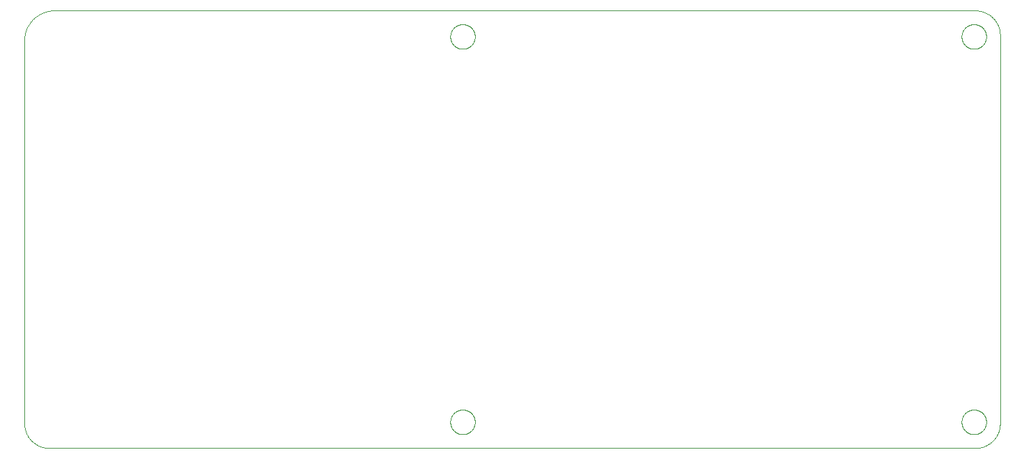
<source format=gbp>
G75*
%MOIN*%
%OFA0B0*%
%FSLAX25Y25*%
%IPPOS*%
%LPD*%
%AMOC8*
5,1,8,0,0,1.08239X$1,22.5*
%
%ADD10C,0.00000*%
D10*
X0063780Y0019811D02*
X0063780Y0204189D01*
X0063796Y0204540D01*
X0063822Y0204891D01*
X0063855Y0205240D01*
X0063898Y0205589D01*
X0063949Y0205937D01*
X0064008Y0206283D01*
X0064076Y0206628D01*
X0064152Y0206971D01*
X0064237Y0207312D01*
X0064330Y0207651D01*
X0064432Y0207988D01*
X0064541Y0208322D01*
X0064659Y0208653D01*
X0064785Y0208981D01*
X0064919Y0209306D01*
X0065060Y0209628D01*
X0065210Y0209946D01*
X0065368Y0210260D01*
X0065533Y0210570D01*
X0065705Y0210876D01*
X0065885Y0211178D01*
X0066073Y0211475D01*
X0066268Y0211768D01*
X0066469Y0212056D01*
X0066678Y0212338D01*
X0066894Y0212616D01*
X0067116Y0212888D01*
X0067345Y0213154D01*
X0067581Y0213415D01*
X0067823Y0213670D01*
X0068071Y0213919D01*
X0068325Y0214162D01*
X0068585Y0214399D01*
X0068851Y0214629D01*
X0069122Y0214852D01*
X0069399Y0215069D01*
X0069680Y0215279D01*
X0069967Y0215482D01*
X0070259Y0215678D01*
X0070556Y0215866D01*
X0070857Y0216047D01*
X0071162Y0216221D01*
X0071472Y0216388D01*
X0071786Y0216546D01*
X0072103Y0216697D01*
X0072424Y0216840D01*
X0072749Y0216975D01*
X0073076Y0217102D01*
X0073407Y0217221D01*
X0073740Y0217332D01*
X0074077Y0217435D01*
X0074415Y0217529D01*
X0074756Y0217615D01*
X0075099Y0217693D01*
X0075443Y0217762D01*
X0075789Y0217823D01*
X0076137Y0217875D01*
X0076486Y0217919D01*
X0076835Y0217954D01*
X0077186Y0217980D01*
X0077537Y0217998D01*
X0077888Y0218008D01*
X0078240Y0218008D01*
X0078591Y0218000D01*
X0519409Y0218000D01*
X0531280Y0206189D02*
X0531280Y0019811D01*
X0531279Y0019811D02*
X0531275Y0019525D01*
X0531264Y0019239D01*
X0531246Y0018953D01*
X0531221Y0018668D01*
X0531189Y0018384D01*
X0531151Y0018100D01*
X0531105Y0017818D01*
X0531053Y0017537D01*
X0530994Y0017257D01*
X0530928Y0016978D01*
X0530855Y0016701D01*
X0530776Y0016426D01*
X0530690Y0016153D01*
X0530598Y0015883D01*
X0530499Y0015614D01*
X0530394Y0015348D01*
X0530282Y0015085D01*
X0530164Y0014824D01*
X0530040Y0014566D01*
X0529909Y0014312D01*
X0529772Y0014060D01*
X0529630Y0013812D01*
X0529481Y0013568D01*
X0529327Y0013327D01*
X0529166Y0013090D01*
X0529000Y0012857D01*
X0528829Y0012628D01*
X0528652Y0012403D01*
X0528469Y0012183D01*
X0528282Y0011967D01*
X0528089Y0011755D01*
X0527891Y0011549D01*
X0527688Y0011347D01*
X0527481Y0011150D01*
X0527268Y0010958D01*
X0527051Y0010771D01*
X0526830Y0010590D01*
X0526604Y0010414D01*
X0526374Y0010244D01*
X0526140Y0010079D01*
X0525903Y0009920D01*
X0525661Y0009767D01*
X0525416Y0009619D01*
X0525167Y0009478D01*
X0524915Y0009342D01*
X0524660Y0009213D01*
X0524401Y0009090D01*
X0524140Y0008973D01*
X0523876Y0008863D01*
X0523610Y0008759D01*
X0523341Y0008661D01*
X0523069Y0008570D01*
X0522796Y0008486D01*
X0522521Y0008408D01*
X0522244Y0008337D01*
X0521965Y0008273D01*
X0521685Y0008215D01*
X0521403Y0008164D01*
X0521120Y0008120D01*
X0520837Y0008083D01*
X0520552Y0008052D01*
X0520267Y0008029D01*
X0519981Y0008012D01*
X0519695Y0008003D01*
X0519409Y0008000D01*
X0075591Y0008000D01*
X0075306Y0008003D01*
X0075020Y0008014D01*
X0074735Y0008031D01*
X0074451Y0008055D01*
X0074167Y0008086D01*
X0073884Y0008124D01*
X0073603Y0008169D01*
X0073322Y0008220D01*
X0073042Y0008278D01*
X0072764Y0008343D01*
X0072488Y0008415D01*
X0072214Y0008493D01*
X0071941Y0008578D01*
X0071671Y0008670D01*
X0071403Y0008768D01*
X0071137Y0008872D01*
X0070874Y0008983D01*
X0070614Y0009100D01*
X0070356Y0009223D01*
X0070102Y0009353D01*
X0069851Y0009489D01*
X0069603Y0009630D01*
X0069359Y0009778D01*
X0069118Y0009931D01*
X0068882Y0010091D01*
X0068649Y0010256D01*
X0068420Y0010426D01*
X0068195Y0010602D01*
X0067975Y0010784D01*
X0067759Y0010970D01*
X0067548Y0011162D01*
X0067341Y0011359D01*
X0067139Y0011561D01*
X0066942Y0011768D01*
X0066750Y0011979D01*
X0066564Y0012195D01*
X0066382Y0012415D01*
X0066206Y0012640D01*
X0066036Y0012869D01*
X0065871Y0013102D01*
X0065711Y0013338D01*
X0065558Y0013579D01*
X0065410Y0013823D01*
X0065269Y0014071D01*
X0065133Y0014322D01*
X0065003Y0014576D01*
X0064880Y0014834D01*
X0064763Y0015094D01*
X0064652Y0015357D01*
X0064548Y0015623D01*
X0064450Y0015891D01*
X0064358Y0016161D01*
X0064273Y0016434D01*
X0064195Y0016708D01*
X0064123Y0016984D01*
X0064058Y0017262D01*
X0064000Y0017542D01*
X0063949Y0017823D01*
X0063904Y0018104D01*
X0063866Y0018387D01*
X0063835Y0018671D01*
X0063811Y0018955D01*
X0063794Y0019240D01*
X0063783Y0019526D01*
X0063780Y0019811D01*
X0267874Y0020500D02*
X0267876Y0020653D01*
X0267882Y0020807D01*
X0267892Y0020960D01*
X0267906Y0021112D01*
X0267924Y0021265D01*
X0267946Y0021416D01*
X0267971Y0021567D01*
X0268001Y0021718D01*
X0268035Y0021868D01*
X0268072Y0022016D01*
X0268113Y0022164D01*
X0268158Y0022310D01*
X0268207Y0022456D01*
X0268260Y0022600D01*
X0268316Y0022742D01*
X0268376Y0022883D01*
X0268440Y0023023D01*
X0268507Y0023161D01*
X0268578Y0023297D01*
X0268653Y0023431D01*
X0268730Y0023563D01*
X0268812Y0023693D01*
X0268896Y0023821D01*
X0268984Y0023947D01*
X0269075Y0024070D01*
X0269169Y0024191D01*
X0269267Y0024309D01*
X0269367Y0024425D01*
X0269471Y0024538D01*
X0269577Y0024649D01*
X0269686Y0024757D01*
X0269798Y0024862D01*
X0269912Y0024963D01*
X0270030Y0025062D01*
X0270149Y0025158D01*
X0270271Y0025251D01*
X0270396Y0025340D01*
X0270523Y0025427D01*
X0270652Y0025509D01*
X0270783Y0025589D01*
X0270916Y0025665D01*
X0271051Y0025738D01*
X0271188Y0025807D01*
X0271327Y0025872D01*
X0271467Y0025934D01*
X0271609Y0025992D01*
X0271752Y0026047D01*
X0271897Y0026098D01*
X0272043Y0026145D01*
X0272190Y0026188D01*
X0272338Y0026227D01*
X0272487Y0026263D01*
X0272637Y0026294D01*
X0272788Y0026322D01*
X0272939Y0026346D01*
X0273092Y0026366D01*
X0273244Y0026382D01*
X0273397Y0026394D01*
X0273550Y0026402D01*
X0273703Y0026406D01*
X0273857Y0026406D01*
X0274010Y0026402D01*
X0274163Y0026394D01*
X0274316Y0026382D01*
X0274468Y0026366D01*
X0274621Y0026346D01*
X0274772Y0026322D01*
X0274923Y0026294D01*
X0275073Y0026263D01*
X0275222Y0026227D01*
X0275370Y0026188D01*
X0275517Y0026145D01*
X0275663Y0026098D01*
X0275808Y0026047D01*
X0275951Y0025992D01*
X0276093Y0025934D01*
X0276233Y0025872D01*
X0276372Y0025807D01*
X0276509Y0025738D01*
X0276644Y0025665D01*
X0276777Y0025589D01*
X0276908Y0025509D01*
X0277037Y0025427D01*
X0277164Y0025340D01*
X0277289Y0025251D01*
X0277411Y0025158D01*
X0277530Y0025062D01*
X0277648Y0024963D01*
X0277762Y0024862D01*
X0277874Y0024757D01*
X0277983Y0024649D01*
X0278089Y0024538D01*
X0278193Y0024425D01*
X0278293Y0024309D01*
X0278391Y0024191D01*
X0278485Y0024070D01*
X0278576Y0023947D01*
X0278664Y0023821D01*
X0278748Y0023693D01*
X0278830Y0023563D01*
X0278907Y0023431D01*
X0278982Y0023297D01*
X0279053Y0023161D01*
X0279120Y0023023D01*
X0279184Y0022883D01*
X0279244Y0022742D01*
X0279300Y0022600D01*
X0279353Y0022456D01*
X0279402Y0022310D01*
X0279447Y0022164D01*
X0279488Y0022016D01*
X0279525Y0021868D01*
X0279559Y0021718D01*
X0279589Y0021567D01*
X0279614Y0021416D01*
X0279636Y0021265D01*
X0279654Y0021112D01*
X0279668Y0020960D01*
X0279678Y0020807D01*
X0279684Y0020653D01*
X0279686Y0020500D01*
X0279684Y0020347D01*
X0279678Y0020193D01*
X0279668Y0020040D01*
X0279654Y0019888D01*
X0279636Y0019735D01*
X0279614Y0019584D01*
X0279589Y0019433D01*
X0279559Y0019282D01*
X0279525Y0019132D01*
X0279488Y0018984D01*
X0279447Y0018836D01*
X0279402Y0018690D01*
X0279353Y0018544D01*
X0279300Y0018400D01*
X0279244Y0018258D01*
X0279184Y0018117D01*
X0279120Y0017977D01*
X0279053Y0017839D01*
X0278982Y0017703D01*
X0278907Y0017569D01*
X0278830Y0017437D01*
X0278748Y0017307D01*
X0278664Y0017179D01*
X0278576Y0017053D01*
X0278485Y0016930D01*
X0278391Y0016809D01*
X0278293Y0016691D01*
X0278193Y0016575D01*
X0278089Y0016462D01*
X0277983Y0016351D01*
X0277874Y0016243D01*
X0277762Y0016138D01*
X0277648Y0016037D01*
X0277530Y0015938D01*
X0277411Y0015842D01*
X0277289Y0015749D01*
X0277164Y0015660D01*
X0277037Y0015573D01*
X0276908Y0015491D01*
X0276777Y0015411D01*
X0276644Y0015335D01*
X0276509Y0015262D01*
X0276372Y0015193D01*
X0276233Y0015128D01*
X0276093Y0015066D01*
X0275951Y0015008D01*
X0275808Y0014953D01*
X0275663Y0014902D01*
X0275517Y0014855D01*
X0275370Y0014812D01*
X0275222Y0014773D01*
X0275073Y0014737D01*
X0274923Y0014706D01*
X0274772Y0014678D01*
X0274621Y0014654D01*
X0274468Y0014634D01*
X0274316Y0014618D01*
X0274163Y0014606D01*
X0274010Y0014598D01*
X0273857Y0014594D01*
X0273703Y0014594D01*
X0273550Y0014598D01*
X0273397Y0014606D01*
X0273244Y0014618D01*
X0273092Y0014634D01*
X0272939Y0014654D01*
X0272788Y0014678D01*
X0272637Y0014706D01*
X0272487Y0014737D01*
X0272338Y0014773D01*
X0272190Y0014812D01*
X0272043Y0014855D01*
X0271897Y0014902D01*
X0271752Y0014953D01*
X0271609Y0015008D01*
X0271467Y0015066D01*
X0271327Y0015128D01*
X0271188Y0015193D01*
X0271051Y0015262D01*
X0270916Y0015335D01*
X0270783Y0015411D01*
X0270652Y0015491D01*
X0270523Y0015573D01*
X0270396Y0015660D01*
X0270271Y0015749D01*
X0270149Y0015842D01*
X0270030Y0015938D01*
X0269912Y0016037D01*
X0269798Y0016138D01*
X0269686Y0016243D01*
X0269577Y0016351D01*
X0269471Y0016462D01*
X0269367Y0016575D01*
X0269267Y0016691D01*
X0269169Y0016809D01*
X0269075Y0016930D01*
X0268984Y0017053D01*
X0268896Y0017179D01*
X0268812Y0017307D01*
X0268730Y0017437D01*
X0268653Y0017569D01*
X0268578Y0017703D01*
X0268507Y0017839D01*
X0268440Y0017977D01*
X0268376Y0018117D01*
X0268316Y0018258D01*
X0268260Y0018400D01*
X0268207Y0018544D01*
X0268158Y0018690D01*
X0268113Y0018836D01*
X0268072Y0018984D01*
X0268035Y0019132D01*
X0268001Y0019282D01*
X0267971Y0019433D01*
X0267946Y0019584D01*
X0267924Y0019735D01*
X0267906Y0019888D01*
X0267892Y0020040D01*
X0267882Y0020193D01*
X0267876Y0020347D01*
X0267874Y0020500D01*
X0512874Y0020500D02*
X0512876Y0020653D01*
X0512882Y0020807D01*
X0512892Y0020960D01*
X0512906Y0021112D01*
X0512924Y0021265D01*
X0512946Y0021416D01*
X0512971Y0021567D01*
X0513001Y0021718D01*
X0513035Y0021868D01*
X0513072Y0022016D01*
X0513113Y0022164D01*
X0513158Y0022310D01*
X0513207Y0022456D01*
X0513260Y0022600D01*
X0513316Y0022742D01*
X0513376Y0022883D01*
X0513440Y0023023D01*
X0513507Y0023161D01*
X0513578Y0023297D01*
X0513653Y0023431D01*
X0513730Y0023563D01*
X0513812Y0023693D01*
X0513896Y0023821D01*
X0513984Y0023947D01*
X0514075Y0024070D01*
X0514169Y0024191D01*
X0514267Y0024309D01*
X0514367Y0024425D01*
X0514471Y0024538D01*
X0514577Y0024649D01*
X0514686Y0024757D01*
X0514798Y0024862D01*
X0514912Y0024963D01*
X0515030Y0025062D01*
X0515149Y0025158D01*
X0515271Y0025251D01*
X0515396Y0025340D01*
X0515523Y0025427D01*
X0515652Y0025509D01*
X0515783Y0025589D01*
X0515916Y0025665D01*
X0516051Y0025738D01*
X0516188Y0025807D01*
X0516327Y0025872D01*
X0516467Y0025934D01*
X0516609Y0025992D01*
X0516752Y0026047D01*
X0516897Y0026098D01*
X0517043Y0026145D01*
X0517190Y0026188D01*
X0517338Y0026227D01*
X0517487Y0026263D01*
X0517637Y0026294D01*
X0517788Y0026322D01*
X0517939Y0026346D01*
X0518092Y0026366D01*
X0518244Y0026382D01*
X0518397Y0026394D01*
X0518550Y0026402D01*
X0518703Y0026406D01*
X0518857Y0026406D01*
X0519010Y0026402D01*
X0519163Y0026394D01*
X0519316Y0026382D01*
X0519468Y0026366D01*
X0519621Y0026346D01*
X0519772Y0026322D01*
X0519923Y0026294D01*
X0520073Y0026263D01*
X0520222Y0026227D01*
X0520370Y0026188D01*
X0520517Y0026145D01*
X0520663Y0026098D01*
X0520808Y0026047D01*
X0520951Y0025992D01*
X0521093Y0025934D01*
X0521233Y0025872D01*
X0521372Y0025807D01*
X0521509Y0025738D01*
X0521644Y0025665D01*
X0521777Y0025589D01*
X0521908Y0025509D01*
X0522037Y0025427D01*
X0522164Y0025340D01*
X0522289Y0025251D01*
X0522411Y0025158D01*
X0522530Y0025062D01*
X0522648Y0024963D01*
X0522762Y0024862D01*
X0522874Y0024757D01*
X0522983Y0024649D01*
X0523089Y0024538D01*
X0523193Y0024425D01*
X0523293Y0024309D01*
X0523391Y0024191D01*
X0523485Y0024070D01*
X0523576Y0023947D01*
X0523664Y0023821D01*
X0523748Y0023693D01*
X0523830Y0023563D01*
X0523907Y0023431D01*
X0523982Y0023297D01*
X0524053Y0023161D01*
X0524120Y0023023D01*
X0524184Y0022883D01*
X0524244Y0022742D01*
X0524300Y0022600D01*
X0524353Y0022456D01*
X0524402Y0022310D01*
X0524447Y0022164D01*
X0524488Y0022016D01*
X0524525Y0021868D01*
X0524559Y0021718D01*
X0524589Y0021567D01*
X0524614Y0021416D01*
X0524636Y0021265D01*
X0524654Y0021112D01*
X0524668Y0020960D01*
X0524678Y0020807D01*
X0524684Y0020653D01*
X0524686Y0020500D01*
X0524684Y0020347D01*
X0524678Y0020193D01*
X0524668Y0020040D01*
X0524654Y0019888D01*
X0524636Y0019735D01*
X0524614Y0019584D01*
X0524589Y0019433D01*
X0524559Y0019282D01*
X0524525Y0019132D01*
X0524488Y0018984D01*
X0524447Y0018836D01*
X0524402Y0018690D01*
X0524353Y0018544D01*
X0524300Y0018400D01*
X0524244Y0018258D01*
X0524184Y0018117D01*
X0524120Y0017977D01*
X0524053Y0017839D01*
X0523982Y0017703D01*
X0523907Y0017569D01*
X0523830Y0017437D01*
X0523748Y0017307D01*
X0523664Y0017179D01*
X0523576Y0017053D01*
X0523485Y0016930D01*
X0523391Y0016809D01*
X0523293Y0016691D01*
X0523193Y0016575D01*
X0523089Y0016462D01*
X0522983Y0016351D01*
X0522874Y0016243D01*
X0522762Y0016138D01*
X0522648Y0016037D01*
X0522530Y0015938D01*
X0522411Y0015842D01*
X0522289Y0015749D01*
X0522164Y0015660D01*
X0522037Y0015573D01*
X0521908Y0015491D01*
X0521777Y0015411D01*
X0521644Y0015335D01*
X0521509Y0015262D01*
X0521372Y0015193D01*
X0521233Y0015128D01*
X0521093Y0015066D01*
X0520951Y0015008D01*
X0520808Y0014953D01*
X0520663Y0014902D01*
X0520517Y0014855D01*
X0520370Y0014812D01*
X0520222Y0014773D01*
X0520073Y0014737D01*
X0519923Y0014706D01*
X0519772Y0014678D01*
X0519621Y0014654D01*
X0519468Y0014634D01*
X0519316Y0014618D01*
X0519163Y0014606D01*
X0519010Y0014598D01*
X0518857Y0014594D01*
X0518703Y0014594D01*
X0518550Y0014598D01*
X0518397Y0014606D01*
X0518244Y0014618D01*
X0518092Y0014634D01*
X0517939Y0014654D01*
X0517788Y0014678D01*
X0517637Y0014706D01*
X0517487Y0014737D01*
X0517338Y0014773D01*
X0517190Y0014812D01*
X0517043Y0014855D01*
X0516897Y0014902D01*
X0516752Y0014953D01*
X0516609Y0015008D01*
X0516467Y0015066D01*
X0516327Y0015128D01*
X0516188Y0015193D01*
X0516051Y0015262D01*
X0515916Y0015335D01*
X0515783Y0015411D01*
X0515652Y0015491D01*
X0515523Y0015573D01*
X0515396Y0015660D01*
X0515271Y0015749D01*
X0515149Y0015842D01*
X0515030Y0015938D01*
X0514912Y0016037D01*
X0514798Y0016138D01*
X0514686Y0016243D01*
X0514577Y0016351D01*
X0514471Y0016462D01*
X0514367Y0016575D01*
X0514267Y0016691D01*
X0514169Y0016809D01*
X0514075Y0016930D01*
X0513984Y0017053D01*
X0513896Y0017179D01*
X0513812Y0017307D01*
X0513730Y0017437D01*
X0513653Y0017569D01*
X0513578Y0017703D01*
X0513507Y0017839D01*
X0513440Y0017977D01*
X0513376Y0018117D01*
X0513316Y0018258D01*
X0513260Y0018400D01*
X0513207Y0018544D01*
X0513158Y0018690D01*
X0513113Y0018836D01*
X0513072Y0018984D01*
X0513035Y0019132D01*
X0513001Y0019282D01*
X0512971Y0019433D01*
X0512946Y0019584D01*
X0512924Y0019735D01*
X0512906Y0019888D01*
X0512892Y0020040D01*
X0512882Y0020193D01*
X0512876Y0020347D01*
X0512874Y0020500D01*
X0512874Y0205500D02*
X0512876Y0205653D01*
X0512882Y0205807D01*
X0512892Y0205960D01*
X0512906Y0206112D01*
X0512924Y0206265D01*
X0512946Y0206416D01*
X0512971Y0206567D01*
X0513001Y0206718D01*
X0513035Y0206868D01*
X0513072Y0207016D01*
X0513113Y0207164D01*
X0513158Y0207310D01*
X0513207Y0207456D01*
X0513260Y0207600D01*
X0513316Y0207742D01*
X0513376Y0207883D01*
X0513440Y0208023D01*
X0513507Y0208161D01*
X0513578Y0208297D01*
X0513653Y0208431D01*
X0513730Y0208563D01*
X0513812Y0208693D01*
X0513896Y0208821D01*
X0513984Y0208947D01*
X0514075Y0209070D01*
X0514169Y0209191D01*
X0514267Y0209309D01*
X0514367Y0209425D01*
X0514471Y0209538D01*
X0514577Y0209649D01*
X0514686Y0209757D01*
X0514798Y0209862D01*
X0514912Y0209963D01*
X0515030Y0210062D01*
X0515149Y0210158D01*
X0515271Y0210251D01*
X0515396Y0210340D01*
X0515523Y0210427D01*
X0515652Y0210509D01*
X0515783Y0210589D01*
X0515916Y0210665D01*
X0516051Y0210738D01*
X0516188Y0210807D01*
X0516327Y0210872D01*
X0516467Y0210934D01*
X0516609Y0210992D01*
X0516752Y0211047D01*
X0516897Y0211098D01*
X0517043Y0211145D01*
X0517190Y0211188D01*
X0517338Y0211227D01*
X0517487Y0211263D01*
X0517637Y0211294D01*
X0517788Y0211322D01*
X0517939Y0211346D01*
X0518092Y0211366D01*
X0518244Y0211382D01*
X0518397Y0211394D01*
X0518550Y0211402D01*
X0518703Y0211406D01*
X0518857Y0211406D01*
X0519010Y0211402D01*
X0519163Y0211394D01*
X0519316Y0211382D01*
X0519468Y0211366D01*
X0519621Y0211346D01*
X0519772Y0211322D01*
X0519923Y0211294D01*
X0520073Y0211263D01*
X0520222Y0211227D01*
X0520370Y0211188D01*
X0520517Y0211145D01*
X0520663Y0211098D01*
X0520808Y0211047D01*
X0520951Y0210992D01*
X0521093Y0210934D01*
X0521233Y0210872D01*
X0521372Y0210807D01*
X0521509Y0210738D01*
X0521644Y0210665D01*
X0521777Y0210589D01*
X0521908Y0210509D01*
X0522037Y0210427D01*
X0522164Y0210340D01*
X0522289Y0210251D01*
X0522411Y0210158D01*
X0522530Y0210062D01*
X0522648Y0209963D01*
X0522762Y0209862D01*
X0522874Y0209757D01*
X0522983Y0209649D01*
X0523089Y0209538D01*
X0523193Y0209425D01*
X0523293Y0209309D01*
X0523391Y0209191D01*
X0523485Y0209070D01*
X0523576Y0208947D01*
X0523664Y0208821D01*
X0523748Y0208693D01*
X0523830Y0208563D01*
X0523907Y0208431D01*
X0523982Y0208297D01*
X0524053Y0208161D01*
X0524120Y0208023D01*
X0524184Y0207883D01*
X0524244Y0207742D01*
X0524300Y0207600D01*
X0524353Y0207456D01*
X0524402Y0207310D01*
X0524447Y0207164D01*
X0524488Y0207016D01*
X0524525Y0206868D01*
X0524559Y0206718D01*
X0524589Y0206567D01*
X0524614Y0206416D01*
X0524636Y0206265D01*
X0524654Y0206112D01*
X0524668Y0205960D01*
X0524678Y0205807D01*
X0524684Y0205653D01*
X0524686Y0205500D01*
X0524684Y0205347D01*
X0524678Y0205193D01*
X0524668Y0205040D01*
X0524654Y0204888D01*
X0524636Y0204735D01*
X0524614Y0204584D01*
X0524589Y0204433D01*
X0524559Y0204282D01*
X0524525Y0204132D01*
X0524488Y0203984D01*
X0524447Y0203836D01*
X0524402Y0203690D01*
X0524353Y0203544D01*
X0524300Y0203400D01*
X0524244Y0203258D01*
X0524184Y0203117D01*
X0524120Y0202977D01*
X0524053Y0202839D01*
X0523982Y0202703D01*
X0523907Y0202569D01*
X0523830Y0202437D01*
X0523748Y0202307D01*
X0523664Y0202179D01*
X0523576Y0202053D01*
X0523485Y0201930D01*
X0523391Y0201809D01*
X0523293Y0201691D01*
X0523193Y0201575D01*
X0523089Y0201462D01*
X0522983Y0201351D01*
X0522874Y0201243D01*
X0522762Y0201138D01*
X0522648Y0201037D01*
X0522530Y0200938D01*
X0522411Y0200842D01*
X0522289Y0200749D01*
X0522164Y0200660D01*
X0522037Y0200573D01*
X0521908Y0200491D01*
X0521777Y0200411D01*
X0521644Y0200335D01*
X0521509Y0200262D01*
X0521372Y0200193D01*
X0521233Y0200128D01*
X0521093Y0200066D01*
X0520951Y0200008D01*
X0520808Y0199953D01*
X0520663Y0199902D01*
X0520517Y0199855D01*
X0520370Y0199812D01*
X0520222Y0199773D01*
X0520073Y0199737D01*
X0519923Y0199706D01*
X0519772Y0199678D01*
X0519621Y0199654D01*
X0519468Y0199634D01*
X0519316Y0199618D01*
X0519163Y0199606D01*
X0519010Y0199598D01*
X0518857Y0199594D01*
X0518703Y0199594D01*
X0518550Y0199598D01*
X0518397Y0199606D01*
X0518244Y0199618D01*
X0518092Y0199634D01*
X0517939Y0199654D01*
X0517788Y0199678D01*
X0517637Y0199706D01*
X0517487Y0199737D01*
X0517338Y0199773D01*
X0517190Y0199812D01*
X0517043Y0199855D01*
X0516897Y0199902D01*
X0516752Y0199953D01*
X0516609Y0200008D01*
X0516467Y0200066D01*
X0516327Y0200128D01*
X0516188Y0200193D01*
X0516051Y0200262D01*
X0515916Y0200335D01*
X0515783Y0200411D01*
X0515652Y0200491D01*
X0515523Y0200573D01*
X0515396Y0200660D01*
X0515271Y0200749D01*
X0515149Y0200842D01*
X0515030Y0200938D01*
X0514912Y0201037D01*
X0514798Y0201138D01*
X0514686Y0201243D01*
X0514577Y0201351D01*
X0514471Y0201462D01*
X0514367Y0201575D01*
X0514267Y0201691D01*
X0514169Y0201809D01*
X0514075Y0201930D01*
X0513984Y0202053D01*
X0513896Y0202179D01*
X0513812Y0202307D01*
X0513730Y0202437D01*
X0513653Y0202569D01*
X0513578Y0202703D01*
X0513507Y0202839D01*
X0513440Y0202977D01*
X0513376Y0203117D01*
X0513316Y0203258D01*
X0513260Y0203400D01*
X0513207Y0203544D01*
X0513158Y0203690D01*
X0513113Y0203836D01*
X0513072Y0203984D01*
X0513035Y0204132D01*
X0513001Y0204282D01*
X0512971Y0204433D01*
X0512946Y0204584D01*
X0512924Y0204735D01*
X0512906Y0204888D01*
X0512892Y0205040D01*
X0512882Y0205193D01*
X0512876Y0205347D01*
X0512874Y0205500D01*
X0519409Y0218000D02*
X0519695Y0217997D01*
X0519981Y0217988D01*
X0520267Y0217971D01*
X0520552Y0217948D01*
X0520837Y0217917D01*
X0521120Y0217880D01*
X0521403Y0217836D01*
X0521685Y0217785D01*
X0521965Y0217727D01*
X0522244Y0217663D01*
X0522521Y0217592D01*
X0522796Y0217514D01*
X0523069Y0217430D01*
X0523341Y0217339D01*
X0523610Y0217241D01*
X0523876Y0217137D01*
X0524140Y0217027D01*
X0524401Y0216910D01*
X0524660Y0216787D01*
X0524915Y0216658D01*
X0525167Y0216522D01*
X0525416Y0216381D01*
X0525661Y0216233D01*
X0525903Y0216080D01*
X0526140Y0215921D01*
X0526374Y0215756D01*
X0526604Y0215586D01*
X0526830Y0215410D01*
X0527051Y0215229D01*
X0527268Y0215042D01*
X0527481Y0214850D01*
X0527688Y0214653D01*
X0527891Y0214451D01*
X0528089Y0214245D01*
X0528282Y0214033D01*
X0528469Y0213817D01*
X0528652Y0213597D01*
X0528829Y0213372D01*
X0529000Y0213143D01*
X0529166Y0212910D01*
X0529327Y0212673D01*
X0529481Y0212432D01*
X0529630Y0212188D01*
X0529772Y0211940D01*
X0529909Y0211688D01*
X0530040Y0211434D01*
X0530164Y0211176D01*
X0530282Y0210915D01*
X0530394Y0210652D01*
X0530499Y0210386D01*
X0530598Y0210117D01*
X0530690Y0209847D01*
X0530776Y0209574D01*
X0530855Y0209299D01*
X0530928Y0209022D01*
X0530994Y0208743D01*
X0531053Y0208463D01*
X0531105Y0208182D01*
X0531151Y0207900D01*
X0531189Y0207616D01*
X0531221Y0207332D01*
X0531246Y0207047D01*
X0531264Y0206761D01*
X0531275Y0206475D01*
X0531279Y0206189D01*
X0267874Y0205500D02*
X0267876Y0205653D01*
X0267882Y0205807D01*
X0267892Y0205960D01*
X0267906Y0206112D01*
X0267924Y0206265D01*
X0267946Y0206416D01*
X0267971Y0206567D01*
X0268001Y0206718D01*
X0268035Y0206868D01*
X0268072Y0207016D01*
X0268113Y0207164D01*
X0268158Y0207310D01*
X0268207Y0207456D01*
X0268260Y0207600D01*
X0268316Y0207742D01*
X0268376Y0207883D01*
X0268440Y0208023D01*
X0268507Y0208161D01*
X0268578Y0208297D01*
X0268653Y0208431D01*
X0268730Y0208563D01*
X0268812Y0208693D01*
X0268896Y0208821D01*
X0268984Y0208947D01*
X0269075Y0209070D01*
X0269169Y0209191D01*
X0269267Y0209309D01*
X0269367Y0209425D01*
X0269471Y0209538D01*
X0269577Y0209649D01*
X0269686Y0209757D01*
X0269798Y0209862D01*
X0269912Y0209963D01*
X0270030Y0210062D01*
X0270149Y0210158D01*
X0270271Y0210251D01*
X0270396Y0210340D01*
X0270523Y0210427D01*
X0270652Y0210509D01*
X0270783Y0210589D01*
X0270916Y0210665D01*
X0271051Y0210738D01*
X0271188Y0210807D01*
X0271327Y0210872D01*
X0271467Y0210934D01*
X0271609Y0210992D01*
X0271752Y0211047D01*
X0271897Y0211098D01*
X0272043Y0211145D01*
X0272190Y0211188D01*
X0272338Y0211227D01*
X0272487Y0211263D01*
X0272637Y0211294D01*
X0272788Y0211322D01*
X0272939Y0211346D01*
X0273092Y0211366D01*
X0273244Y0211382D01*
X0273397Y0211394D01*
X0273550Y0211402D01*
X0273703Y0211406D01*
X0273857Y0211406D01*
X0274010Y0211402D01*
X0274163Y0211394D01*
X0274316Y0211382D01*
X0274468Y0211366D01*
X0274621Y0211346D01*
X0274772Y0211322D01*
X0274923Y0211294D01*
X0275073Y0211263D01*
X0275222Y0211227D01*
X0275370Y0211188D01*
X0275517Y0211145D01*
X0275663Y0211098D01*
X0275808Y0211047D01*
X0275951Y0210992D01*
X0276093Y0210934D01*
X0276233Y0210872D01*
X0276372Y0210807D01*
X0276509Y0210738D01*
X0276644Y0210665D01*
X0276777Y0210589D01*
X0276908Y0210509D01*
X0277037Y0210427D01*
X0277164Y0210340D01*
X0277289Y0210251D01*
X0277411Y0210158D01*
X0277530Y0210062D01*
X0277648Y0209963D01*
X0277762Y0209862D01*
X0277874Y0209757D01*
X0277983Y0209649D01*
X0278089Y0209538D01*
X0278193Y0209425D01*
X0278293Y0209309D01*
X0278391Y0209191D01*
X0278485Y0209070D01*
X0278576Y0208947D01*
X0278664Y0208821D01*
X0278748Y0208693D01*
X0278830Y0208563D01*
X0278907Y0208431D01*
X0278982Y0208297D01*
X0279053Y0208161D01*
X0279120Y0208023D01*
X0279184Y0207883D01*
X0279244Y0207742D01*
X0279300Y0207600D01*
X0279353Y0207456D01*
X0279402Y0207310D01*
X0279447Y0207164D01*
X0279488Y0207016D01*
X0279525Y0206868D01*
X0279559Y0206718D01*
X0279589Y0206567D01*
X0279614Y0206416D01*
X0279636Y0206265D01*
X0279654Y0206112D01*
X0279668Y0205960D01*
X0279678Y0205807D01*
X0279684Y0205653D01*
X0279686Y0205500D01*
X0279684Y0205347D01*
X0279678Y0205193D01*
X0279668Y0205040D01*
X0279654Y0204888D01*
X0279636Y0204735D01*
X0279614Y0204584D01*
X0279589Y0204433D01*
X0279559Y0204282D01*
X0279525Y0204132D01*
X0279488Y0203984D01*
X0279447Y0203836D01*
X0279402Y0203690D01*
X0279353Y0203544D01*
X0279300Y0203400D01*
X0279244Y0203258D01*
X0279184Y0203117D01*
X0279120Y0202977D01*
X0279053Y0202839D01*
X0278982Y0202703D01*
X0278907Y0202569D01*
X0278830Y0202437D01*
X0278748Y0202307D01*
X0278664Y0202179D01*
X0278576Y0202053D01*
X0278485Y0201930D01*
X0278391Y0201809D01*
X0278293Y0201691D01*
X0278193Y0201575D01*
X0278089Y0201462D01*
X0277983Y0201351D01*
X0277874Y0201243D01*
X0277762Y0201138D01*
X0277648Y0201037D01*
X0277530Y0200938D01*
X0277411Y0200842D01*
X0277289Y0200749D01*
X0277164Y0200660D01*
X0277037Y0200573D01*
X0276908Y0200491D01*
X0276777Y0200411D01*
X0276644Y0200335D01*
X0276509Y0200262D01*
X0276372Y0200193D01*
X0276233Y0200128D01*
X0276093Y0200066D01*
X0275951Y0200008D01*
X0275808Y0199953D01*
X0275663Y0199902D01*
X0275517Y0199855D01*
X0275370Y0199812D01*
X0275222Y0199773D01*
X0275073Y0199737D01*
X0274923Y0199706D01*
X0274772Y0199678D01*
X0274621Y0199654D01*
X0274468Y0199634D01*
X0274316Y0199618D01*
X0274163Y0199606D01*
X0274010Y0199598D01*
X0273857Y0199594D01*
X0273703Y0199594D01*
X0273550Y0199598D01*
X0273397Y0199606D01*
X0273244Y0199618D01*
X0273092Y0199634D01*
X0272939Y0199654D01*
X0272788Y0199678D01*
X0272637Y0199706D01*
X0272487Y0199737D01*
X0272338Y0199773D01*
X0272190Y0199812D01*
X0272043Y0199855D01*
X0271897Y0199902D01*
X0271752Y0199953D01*
X0271609Y0200008D01*
X0271467Y0200066D01*
X0271327Y0200128D01*
X0271188Y0200193D01*
X0271051Y0200262D01*
X0270916Y0200335D01*
X0270783Y0200411D01*
X0270652Y0200491D01*
X0270523Y0200573D01*
X0270396Y0200660D01*
X0270271Y0200749D01*
X0270149Y0200842D01*
X0270030Y0200938D01*
X0269912Y0201037D01*
X0269798Y0201138D01*
X0269686Y0201243D01*
X0269577Y0201351D01*
X0269471Y0201462D01*
X0269367Y0201575D01*
X0269267Y0201691D01*
X0269169Y0201809D01*
X0269075Y0201930D01*
X0268984Y0202053D01*
X0268896Y0202179D01*
X0268812Y0202307D01*
X0268730Y0202437D01*
X0268653Y0202569D01*
X0268578Y0202703D01*
X0268507Y0202839D01*
X0268440Y0202977D01*
X0268376Y0203117D01*
X0268316Y0203258D01*
X0268260Y0203400D01*
X0268207Y0203544D01*
X0268158Y0203690D01*
X0268113Y0203836D01*
X0268072Y0203984D01*
X0268035Y0204132D01*
X0268001Y0204282D01*
X0267971Y0204433D01*
X0267946Y0204584D01*
X0267924Y0204735D01*
X0267906Y0204888D01*
X0267892Y0205040D01*
X0267882Y0205193D01*
X0267876Y0205347D01*
X0267874Y0205500D01*
M02*

</source>
